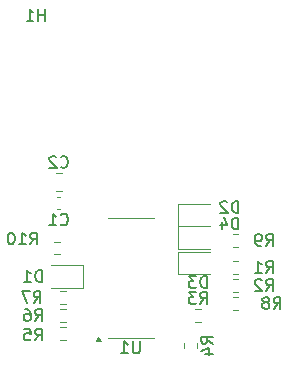
<source format=gbr>
%TF.GenerationSoftware,KiCad,Pcbnew,9.0.1*%
%TF.CreationDate,2025-07-06T22:17:40-07:00*%
%TF.ProjectId,pcb,7063622e-6b69-4636-9164-5f7063625858,rev?*%
%TF.SameCoordinates,Original*%
%TF.FileFunction,Legend,Bot*%
%TF.FilePolarity,Positive*%
%FSLAX46Y46*%
G04 Gerber Fmt 4.6, Leading zero omitted, Abs format (unit mm)*
G04 Created by KiCad (PCBNEW 9.0.1) date 2025-07-06 22:17:40*
%MOMM*%
%LPD*%
G01*
G04 APERTURE LIST*
%ADD10C,0.150000*%
%ADD11C,0.120000*%
G04 APERTURE END LIST*
D10*
X139320666Y-97300580D02*
X139368285Y-97348200D01*
X139368285Y-97348200D02*
X139511142Y-97395819D01*
X139511142Y-97395819D02*
X139606380Y-97395819D01*
X139606380Y-97395819D02*
X139749237Y-97348200D01*
X139749237Y-97348200D02*
X139844475Y-97252961D01*
X139844475Y-97252961D02*
X139892094Y-97157723D01*
X139892094Y-97157723D02*
X139939713Y-96967247D01*
X139939713Y-96967247D02*
X139939713Y-96824390D01*
X139939713Y-96824390D02*
X139892094Y-96633914D01*
X139892094Y-96633914D02*
X139844475Y-96538676D01*
X139844475Y-96538676D02*
X139749237Y-96443438D01*
X139749237Y-96443438D02*
X139606380Y-96395819D01*
X139606380Y-96395819D02*
X139511142Y-96395819D01*
X139511142Y-96395819D02*
X139368285Y-96443438D01*
X139368285Y-96443438D02*
X139320666Y-96491057D01*
X138939713Y-96491057D02*
X138892094Y-96443438D01*
X138892094Y-96443438D02*
X138796856Y-96395819D01*
X138796856Y-96395819D02*
X138558761Y-96395819D01*
X138558761Y-96395819D02*
X138463523Y-96443438D01*
X138463523Y-96443438D02*
X138415904Y-96491057D01*
X138415904Y-96491057D02*
X138368285Y-96586295D01*
X138368285Y-96586295D02*
X138368285Y-96681533D01*
X138368285Y-96681533D02*
X138415904Y-96824390D01*
X138415904Y-96824390D02*
X138987332Y-97395819D01*
X138987332Y-97395819D02*
X138368285Y-97395819D01*
X139320666Y-102159580D02*
X139368285Y-102207200D01*
X139368285Y-102207200D02*
X139511142Y-102254819D01*
X139511142Y-102254819D02*
X139606380Y-102254819D01*
X139606380Y-102254819D02*
X139749237Y-102207200D01*
X139749237Y-102207200D02*
X139844475Y-102111961D01*
X139844475Y-102111961D02*
X139892094Y-102016723D01*
X139892094Y-102016723D02*
X139939713Y-101826247D01*
X139939713Y-101826247D02*
X139939713Y-101683390D01*
X139939713Y-101683390D02*
X139892094Y-101492914D01*
X139892094Y-101492914D02*
X139844475Y-101397676D01*
X139844475Y-101397676D02*
X139749237Y-101302438D01*
X139749237Y-101302438D02*
X139606380Y-101254819D01*
X139606380Y-101254819D02*
X139511142Y-101254819D01*
X139511142Y-101254819D02*
X139368285Y-101302438D01*
X139368285Y-101302438D02*
X139320666Y-101350057D01*
X138368285Y-102254819D02*
X138939713Y-102254819D01*
X138653999Y-102254819D02*
X138653999Y-101254819D01*
X138653999Y-101254819D02*
X138749237Y-101397676D01*
X138749237Y-101397676D02*
X138844475Y-101492914D01*
X138844475Y-101492914D02*
X138939713Y-101540533D01*
X138010904Y-84949819D02*
X138010904Y-83949819D01*
X138010904Y-84426009D02*
X137439476Y-84426009D01*
X137439476Y-84949819D02*
X137439476Y-83949819D01*
X136439476Y-84949819D02*
X137010904Y-84949819D01*
X136725190Y-84949819D02*
X136725190Y-83949819D01*
X136725190Y-83949819D02*
X136820428Y-84092676D01*
X136820428Y-84092676D02*
X136915666Y-84187914D01*
X136915666Y-84187914D02*
X137010904Y-84235533D01*
X137034666Y-108825819D02*
X137367999Y-108349628D01*
X137606094Y-108825819D02*
X137606094Y-107825819D01*
X137606094Y-107825819D02*
X137225142Y-107825819D01*
X137225142Y-107825819D02*
X137129904Y-107873438D01*
X137129904Y-107873438D02*
X137082285Y-107921057D01*
X137082285Y-107921057D02*
X137034666Y-108016295D01*
X137034666Y-108016295D02*
X137034666Y-108159152D01*
X137034666Y-108159152D02*
X137082285Y-108254390D01*
X137082285Y-108254390D02*
X137129904Y-108302009D01*
X137129904Y-108302009D02*
X137225142Y-108349628D01*
X137225142Y-108349628D02*
X137606094Y-108349628D01*
X136701332Y-107825819D02*
X136034666Y-107825819D01*
X136034666Y-107825819D02*
X136463237Y-108825819D01*
X152214819Y-112268333D02*
X151738628Y-111935000D01*
X152214819Y-111696905D02*
X151214819Y-111696905D01*
X151214819Y-111696905D02*
X151214819Y-112077857D01*
X151214819Y-112077857D02*
X151262438Y-112173095D01*
X151262438Y-112173095D02*
X151310057Y-112220714D01*
X151310057Y-112220714D02*
X151405295Y-112268333D01*
X151405295Y-112268333D02*
X151548152Y-112268333D01*
X151548152Y-112268333D02*
X151643390Y-112220714D01*
X151643390Y-112220714D02*
X151691009Y-112173095D01*
X151691009Y-112173095D02*
X151738628Y-112077857D01*
X151738628Y-112077857D02*
X151738628Y-111696905D01*
X151548152Y-113125476D02*
X152214819Y-113125476D01*
X151167200Y-112887381D02*
X151881485Y-112649286D01*
X151881485Y-112649286D02*
X151881485Y-113268333D01*
X157354666Y-109333819D02*
X157687999Y-108857628D01*
X157926094Y-109333819D02*
X157926094Y-108333819D01*
X157926094Y-108333819D02*
X157545142Y-108333819D01*
X157545142Y-108333819D02*
X157449904Y-108381438D01*
X157449904Y-108381438D02*
X157402285Y-108429057D01*
X157402285Y-108429057D02*
X157354666Y-108524295D01*
X157354666Y-108524295D02*
X157354666Y-108667152D01*
X157354666Y-108667152D02*
X157402285Y-108762390D01*
X157402285Y-108762390D02*
X157449904Y-108810009D01*
X157449904Y-108810009D02*
X157545142Y-108857628D01*
X157545142Y-108857628D02*
X157926094Y-108857628D01*
X156783237Y-108762390D02*
X156878475Y-108714771D01*
X156878475Y-108714771D02*
X156926094Y-108667152D01*
X156926094Y-108667152D02*
X156973713Y-108571914D01*
X156973713Y-108571914D02*
X156973713Y-108524295D01*
X156973713Y-108524295D02*
X156926094Y-108429057D01*
X156926094Y-108429057D02*
X156878475Y-108381438D01*
X156878475Y-108381438D02*
X156783237Y-108333819D01*
X156783237Y-108333819D02*
X156592761Y-108333819D01*
X156592761Y-108333819D02*
X156497523Y-108381438D01*
X156497523Y-108381438D02*
X156449904Y-108429057D01*
X156449904Y-108429057D02*
X156402285Y-108524295D01*
X156402285Y-108524295D02*
X156402285Y-108571914D01*
X156402285Y-108571914D02*
X156449904Y-108667152D01*
X156449904Y-108667152D02*
X156497523Y-108714771D01*
X156497523Y-108714771D02*
X156592761Y-108762390D01*
X156592761Y-108762390D02*
X156783237Y-108762390D01*
X156783237Y-108762390D02*
X156878475Y-108810009D01*
X156878475Y-108810009D02*
X156926094Y-108857628D01*
X156926094Y-108857628D02*
X156973713Y-108952866D01*
X156973713Y-108952866D02*
X156973713Y-109143342D01*
X156973713Y-109143342D02*
X156926094Y-109238580D01*
X156926094Y-109238580D02*
X156878475Y-109286200D01*
X156878475Y-109286200D02*
X156783237Y-109333819D01*
X156783237Y-109333819D02*
X156592761Y-109333819D01*
X156592761Y-109333819D02*
X156497523Y-109286200D01*
X156497523Y-109286200D02*
X156449904Y-109238580D01*
X156449904Y-109238580D02*
X156402285Y-109143342D01*
X156402285Y-109143342D02*
X156402285Y-108952866D01*
X156402285Y-108952866D02*
X156449904Y-108857628D01*
X156449904Y-108857628D02*
X156497523Y-108810009D01*
X156497523Y-108810009D02*
X156592761Y-108762390D01*
X154370094Y-102602819D02*
X154370094Y-101602819D01*
X154370094Y-101602819D02*
X154131999Y-101602819D01*
X154131999Y-101602819D02*
X153989142Y-101650438D01*
X153989142Y-101650438D02*
X153893904Y-101745676D01*
X153893904Y-101745676D02*
X153846285Y-101840914D01*
X153846285Y-101840914D02*
X153798666Y-102031390D01*
X153798666Y-102031390D02*
X153798666Y-102174247D01*
X153798666Y-102174247D02*
X153846285Y-102364723D01*
X153846285Y-102364723D02*
X153893904Y-102459961D01*
X153893904Y-102459961D02*
X153989142Y-102555200D01*
X153989142Y-102555200D02*
X154131999Y-102602819D01*
X154131999Y-102602819D02*
X154370094Y-102602819D01*
X152941523Y-101936152D02*
X152941523Y-102602819D01*
X153179618Y-101555200D02*
X153417713Y-102269485D01*
X153417713Y-102269485D02*
X152798666Y-102269485D01*
X136748857Y-103872819D02*
X137082190Y-103396628D01*
X137320285Y-103872819D02*
X137320285Y-102872819D01*
X137320285Y-102872819D02*
X136939333Y-102872819D01*
X136939333Y-102872819D02*
X136844095Y-102920438D01*
X136844095Y-102920438D02*
X136796476Y-102968057D01*
X136796476Y-102968057D02*
X136748857Y-103063295D01*
X136748857Y-103063295D02*
X136748857Y-103206152D01*
X136748857Y-103206152D02*
X136796476Y-103301390D01*
X136796476Y-103301390D02*
X136844095Y-103349009D01*
X136844095Y-103349009D02*
X136939333Y-103396628D01*
X136939333Y-103396628D02*
X137320285Y-103396628D01*
X135796476Y-103872819D02*
X136367904Y-103872819D01*
X136082190Y-103872819D02*
X136082190Y-102872819D01*
X136082190Y-102872819D02*
X136177428Y-103015676D01*
X136177428Y-103015676D02*
X136272666Y-103110914D01*
X136272666Y-103110914D02*
X136367904Y-103158533D01*
X135177428Y-102872819D02*
X135082190Y-102872819D01*
X135082190Y-102872819D02*
X134986952Y-102920438D01*
X134986952Y-102920438D02*
X134939333Y-102968057D01*
X134939333Y-102968057D02*
X134891714Y-103063295D01*
X134891714Y-103063295D02*
X134844095Y-103253771D01*
X134844095Y-103253771D02*
X134844095Y-103491866D01*
X134844095Y-103491866D02*
X134891714Y-103682342D01*
X134891714Y-103682342D02*
X134939333Y-103777580D01*
X134939333Y-103777580D02*
X134986952Y-103825200D01*
X134986952Y-103825200D02*
X135082190Y-103872819D01*
X135082190Y-103872819D02*
X135177428Y-103872819D01*
X135177428Y-103872819D02*
X135272666Y-103825200D01*
X135272666Y-103825200D02*
X135320285Y-103777580D01*
X135320285Y-103777580D02*
X135367904Y-103682342D01*
X135367904Y-103682342D02*
X135415523Y-103491866D01*
X135415523Y-103491866D02*
X135415523Y-103253771D01*
X135415523Y-103253771D02*
X135367904Y-103063295D01*
X135367904Y-103063295D02*
X135320285Y-102968057D01*
X135320285Y-102968057D02*
X135272666Y-102920438D01*
X135272666Y-102920438D02*
X135177428Y-102872819D01*
X156719666Y-103999819D02*
X157052999Y-103523628D01*
X157291094Y-103999819D02*
X157291094Y-102999819D01*
X157291094Y-102999819D02*
X156910142Y-102999819D01*
X156910142Y-102999819D02*
X156814904Y-103047438D01*
X156814904Y-103047438D02*
X156767285Y-103095057D01*
X156767285Y-103095057D02*
X156719666Y-103190295D01*
X156719666Y-103190295D02*
X156719666Y-103333152D01*
X156719666Y-103333152D02*
X156767285Y-103428390D01*
X156767285Y-103428390D02*
X156814904Y-103476009D01*
X156814904Y-103476009D02*
X156910142Y-103523628D01*
X156910142Y-103523628D02*
X157291094Y-103523628D01*
X156243475Y-103999819D02*
X156052999Y-103999819D01*
X156052999Y-103999819D02*
X155957761Y-103952200D01*
X155957761Y-103952200D02*
X155910142Y-103904580D01*
X155910142Y-103904580D02*
X155814904Y-103761723D01*
X155814904Y-103761723D02*
X155767285Y-103571247D01*
X155767285Y-103571247D02*
X155767285Y-103190295D01*
X155767285Y-103190295D02*
X155814904Y-103095057D01*
X155814904Y-103095057D02*
X155862523Y-103047438D01*
X155862523Y-103047438D02*
X155957761Y-102999819D01*
X155957761Y-102999819D02*
X156148237Y-102999819D01*
X156148237Y-102999819D02*
X156243475Y-103047438D01*
X156243475Y-103047438D02*
X156291094Y-103095057D01*
X156291094Y-103095057D02*
X156338713Y-103190295D01*
X156338713Y-103190295D02*
X156338713Y-103428390D01*
X156338713Y-103428390D02*
X156291094Y-103523628D01*
X156291094Y-103523628D02*
X156243475Y-103571247D01*
X156243475Y-103571247D02*
X156148237Y-103618866D01*
X156148237Y-103618866D02*
X155957761Y-103618866D01*
X155957761Y-103618866D02*
X155862523Y-103571247D01*
X155862523Y-103571247D02*
X155814904Y-103523628D01*
X155814904Y-103523628D02*
X155767285Y-103428390D01*
X137161666Y-112000819D02*
X137494999Y-111524628D01*
X137733094Y-112000819D02*
X137733094Y-111000819D01*
X137733094Y-111000819D02*
X137352142Y-111000819D01*
X137352142Y-111000819D02*
X137256904Y-111048438D01*
X137256904Y-111048438D02*
X137209285Y-111096057D01*
X137209285Y-111096057D02*
X137161666Y-111191295D01*
X137161666Y-111191295D02*
X137161666Y-111334152D01*
X137161666Y-111334152D02*
X137209285Y-111429390D01*
X137209285Y-111429390D02*
X137256904Y-111477009D01*
X137256904Y-111477009D02*
X137352142Y-111524628D01*
X137352142Y-111524628D02*
X137733094Y-111524628D01*
X136256904Y-111000819D02*
X136733094Y-111000819D01*
X136733094Y-111000819D02*
X136780713Y-111477009D01*
X136780713Y-111477009D02*
X136733094Y-111429390D01*
X136733094Y-111429390D02*
X136637856Y-111381771D01*
X136637856Y-111381771D02*
X136399761Y-111381771D01*
X136399761Y-111381771D02*
X136304523Y-111429390D01*
X136304523Y-111429390D02*
X136256904Y-111477009D01*
X136256904Y-111477009D02*
X136209285Y-111572247D01*
X136209285Y-111572247D02*
X136209285Y-111810342D01*
X136209285Y-111810342D02*
X136256904Y-111905580D01*
X136256904Y-111905580D02*
X136304523Y-111953200D01*
X136304523Y-111953200D02*
X136399761Y-112000819D01*
X136399761Y-112000819D02*
X136637856Y-112000819D01*
X136637856Y-112000819D02*
X136733094Y-111953200D01*
X136733094Y-111953200D02*
X136780713Y-111905580D01*
X137733094Y-107047819D02*
X137733094Y-106047819D01*
X137733094Y-106047819D02*
X137494999Y-106047819D01*
X137494999Y-106047819D02*
X137352142Y-106095438D01*
X137352142Y-106095438D02*
X137256904Y-106190676D01*
X137256904Y-106190676D02*
X137209285Y-106285914D01*
X137209285Y-106285914D02*
X137161666Y-106476390D01*
X137161666Y-106476390D02*
X137161666Y-106619247D01*
X137161666Y-106619247D02*
X137209285Y-106809723D01*
X137209285Y-106809723D02*
X137256904Y-106904961D01*
X137256904Y-106904961D02*
X137352142Y-107000200D01*
X137352142Y-107000200D02*
X137494999Y-107047819D01*
X137494999Y-107047819D02*
X137733094Y-107047819D01*
X136209285Y-107047819D02*
X136780713Y-107047819D01*
X136494999Y-107047819D02*
X136494999Y-106047819D01*
X136494999Y-106047819D02*
X136590237Y-106190676D01*
X136590237Y-106190676D02*
X136685475Y-106285914D01*
X136685475Y-106285914D02*
X136780713Y-106333533D01*
X154370094Y-101205819D02*
X154370094Y-100205819D01*
X154370094Y-100205819D02*
X154131999Y-100205819D01*
X154131999Y-100205819D02*
X153989142Y-100253438D01*
X153989142Y-100253438D02*
X153893904Y-100348676D01*
X153893904Y-100348676D02*
X153846285Y-100443914D01*
X153846285Y-100443914D02*
X153798666Y-100634390D01*
X153798666Y-100634390D02*
X153798666Y-100777247D01*
X153798666Y-100777247D02*
X153846285Y-100967723D01*
X153846285Y-100967723D02*
X153893904Y-101062961D01*
X153893904Y-101062961D02*
X153989142Y-101158200D01*
X153989142Y-101158200D02*
X154131999Y-101205819D01*
X154131999Y-101205819D02*
X154370094Y-101205819D01*
X153417713Y-100301057D02*
X153370094Y-100253438D01*
X153370094Y-100253438D02*
X153274856Y-100205819D01*
X153274856Y-100205819D02*
X153036761Y-100205819D01*
X153036761Y-100205819D02*
X152941523Y-100253438D01*
X152941523Y-100253438D02*
X152893904Y-100301057D01*
X152893904Y-100301057D02*
X152846285Y-100396295D01*
X152846285Y-100396295D02*
X152846285Y-100491533D01*
X152846285Y-100491533D02*
X152893904Y-100634390D01*
X152893904Y-100634390D02*
X153465332Y-101205819D01*
X153465332Y-101205819D02*
X152846285Y-101205819D01*
X146011904Y-112074819D02*
X146011904Y-112884342D01*
X146011904Y-112884342D02*
X145964285Y-112979580D01*
X145964285Y-112979580D02*
X145916666Y-113027200D01*
X145916666Y-113027200D02*
X145821428Y-113074819D01*
X145821428Y-113074819D02*
X145630952Y-113074819D01*
X145630952Y-113074819D02*
X145535714Y-113027200D01*
X145535714Y-113027200D02*
X145488095Y-112979580D01*
X145488095Y-112979580D02*
X145440476Y-112884342D01*
X145440476Y-112884342D02*
X145440476Y-112074819D01*
X144440476Y-113074819D02*
X145011904Y-113074819D01*
X144726190Y-113074819D02*
X144726190Y-112074819D01*
X144726190Y-112074819D02*
X144821428Y-112217676D01*
X144821428Y-112217676D02*
X144916666Y-112312914D01*
X144916666Y-112312914D02*
X145011904Y-112360533D01*
X156719666Y-107809819D02*
X157052999Y-107333628D01*
X157291094Y-107809819D02*
X157291094Y-106809819D01*
X157291094Y-106809819D02*
X156910142Y-106809819D01*
X156910142Y-106809819D02*
X156814904Y-106857438D01*
X156814904Y-106857438D02*
X156767285Y-106905057D01*
X156767285Y-106905057D02*
X156719666Y-107000295D01*
X156719666Y-107000295D02*
X156719666Y-107143152D01*
X156719666Y-107143152D02*
X156767285Y-107238390D01*
X156767285Y-107238390D02*
X156814904Y-107286009D01*
X156814904Y-107286009D02*
X156910142Y-107333628D01*
X156910142Y-107333628D02*
X157291094Y-107333628D01*
X156338713Y-106905057D02*
X156291094Y-106857438D01*
X156291094Y-106857438D02*
X156195856Y-106809819D01*
X156195856Y-106809819D02*
X155957761Y-106809819D01*
X155957761Y-106809819D02*
X155862523Y-106857438D01*
X155862523Y-106857438D02*
X155814904Y-106905057D01*
X155814904Y-106905057D02*
X155767285Y-107000295D01*
X155767285Y-107000295D02*
X155767285Y-107095533D01*
X155767285Y-107095533D02*
X155814904Y-107238390D01*
X155814904Y-107238390D02*
X156386332Y-107809819D01*
X156386332Y-107809819D02*
X155767285Y-107809819D01*
X151131666Y-108919819D02*
X151464999Y-108443628D01*
X151703094Y-108919819D02*
X151703094Y-107919819D01*
X151703094Y-107919819D02*
X151322142Y-107919819D01*
X151322142Y-107919819D02*
X151226904Y-107967438D01*
X151226904Y-107967438D02*
X151179285Y-108015057D01*
X151179285Y-108015057D02*
X151131666Y-108110295D01*
X151131666Y-108110295D02*
X151131666Y-108253152D01*
X151131666Y-108253152D02*
X151179285Y-108348390D01*
X151179285Y-108348390D02*
X151226904Y-108396009D01*
X151226904Y-108396009D02*
X151322142Y-108443628D01*
X151322142Y-108443628D02*
X151703094Y-108443628D01*
X150798332Y-107919819D02*
X150179285Y-107919819D01*
X150179285Y-107919819D02*
X150512618Y-108300771D01*
X150512618Y-108300771D02*
X150369761Y-108300771D01*
X150369761Y-108300771D02*
X150274523Y-108348390D01*
X150274523Y-108348390D02*
X150226904Y-108396009D01*
X150226904Y-108396009D02*
X150179285Y-108491247D01*
X150179285Y-108491247D02*
X150179285Y-108729342D01*
X150179285Y-108729342D02*
X150226904Y-108824580D01*
X150226904Y-108824580D02*
X150274523Y-108872200D01*
X150274523Y-108872200D02*
X150369761Y-108919819D01*
X150369761Y-108919819D02*
X150655475Y-108919819D01*
X150655475Y-108919819D02*
X150750713Y-108872200D01*
X150750713Y-108872200D02*
X150798332Y-108824580D01*
X137161666Y-110349819D02*
X137494999Y-109873628D01*
X137733094Y-110349819D02*
X137733094Y-109349819D01*
X137733094Y-109349819D02*
X137352142Y-109349819D01*
X137352142Y-109349819D02*
X137256904Y-109397438D01*
X137256904Y-109397438D02*
X137209285Y-109445057D01*
X137209285Y-109445057D02*
X137161666Y-109540295D01*
X137161666Y-109540295D02*
X137161666Y-109683152D01*
X137161666Y-109683152D02*
X137209285Y-109778390D01*
X137209285Y-109778390D02*
X137256904Y-109826009D01*
X137256904Y-109826009D02*
X137352142Y-109873628D01*
X137352142Y-109873628D02*
X137733094Y-109873628D01*
X136304523Y-109349819D02*
X136494999Y-109349819D01*
X136494999Y-109349819D02*
X136590237Y-109397438D01*
X136590237Y-109397438D02*
X136637856Y-109445057D01*
X136637856Y-109445057D02*
X136733094Y-109587914D01*
X136733094Y-109587914D02*
X136780713Y-109778390D01*
X136780713Y-109778390D02*
X136780713Y-110159342D01*
X136780713Y-110159342D02*
X136733094Y-110254580D01*
X136733094Y-110254580D02*
X136685475Y-110302200D01*
X136685475Y-110302200D02*
X136590237Y-110349819D01*
X136590237Y-110349819D02*
X136399761Y-110349819D01*
X136399761Y-110349819D02*
X136304523Y-110302200D01*
X136304523Y-110302200D02*
X136256904Y-110254580D01*
X136256904Y-110254580D02*
X136209285Y-110159342D01*
X136209285Y-110159342D02*
X136209285Y-109921247D01*
X136209285Y-109921247D02*
X136256904Y-109826009D01*
X136256904Y-109826009D02*
X136304523Y-109778390D01*
X136304523Y-109778390D02*
X136399761Y-109730771D01*
X136399761Y-109730771D02*
X136590237Y-109730771D01*
X136590237Y-109730771D02*
X136685475Y-109778390D01*
X136685475Y-109778390D02*
X136733094Y-109826009D01*
X136733094Y-109826009D02*
X136780713Y-109921247D01*
X156719666Y-106285819D02*
X157052999Y-105809628D01*
X157291094Y-106285819D02*
X157291094Y-105285819D01*
X157291094Y-105285819D02*
X156910142Y-105285819D01*
X156910142Y-105285819D02*
X156814904Y-105333438D01*
X156814904Y-105333438D02*
X156767285Y-105381057D01*
X156767285Y-105381057D02*
X156719666Y-105476295D01*
X156719666Y-105476295D02*
X156719666Y-105619152D01*
X156719666Y-105619152D02*
X156767285Y-105714390D01*
X156767285Y-105714390D02*
X156814904Y-105762009D01*
X156814904Y-105762009D02*
X156910142Y-105809628D01*
X156910142Y-105809628D02*
X157291094Y-105809628D01*
X155767285Y-106285819D02*
X156338713Y-106285819D01*
X156052999Y-106285819D02*
X156052999Y-105285819D01*
X156052999Y-105285819D02*
X156148237Y-105428676D01*
X156148237Y-105428676D02*
X156243475Y-105523914D01*
X156243475Y-105523914D02*
X156338713Y-105571533D01*
X151703094Y-107554819D02*
X151703094Y-106554819D01*
X151703094Y-106554819D02*
X151464999Y-106554819D01*
X151464999Y-106554819D02*
X151322142Y-106602438D01*
X151322142Y-106602438D02*
X151226904Y-106697676D01*
X151226904Y-106697676D02*
X151179285Y-106792914D01*
X151179285Y-106792914D02*
X151131666Y-106983390D01*
X151131666Y-106983390D02*
X151131666Y-107126247D01*
X151131666Y-107126247D02*
X151179285Y-107316723D01*
X151179285Y-107316723D02*
X151226904Y-107411961D01*
X151226904Y-107411961D02*
X151322142Y-107507200D01*
X151322142Y-107507200D02*
X151464999Y-107554819D01*
X151464999Y-107554819D02*
X151703094Y-107554819D01*
X150798332Y-106554819D02*
X150179285Y-106554819D01*
X150179285Y-106554819D02*
X150512618Y-106935771D01*
X150512618Y-106935771D02*
X150369761Y-106935771D01*
X150369761Y-106935771D02*
X150274523Y-106983390D01*
X150274523Y-106983390D02*
X150226904Y-107031009D01*
X150226904Y-107031009D02*
X150179285Y-107126247D01*
X150179285Y-107126247D02*
X150179285Y-107364342D01*
X150179285Y-107364342D02*
X150226904Y-107459580D01*
X150226904Y-107459580D02*
X150274523Y-107507200D01*
X150274523Y-107507200D02*
X150369761Y-107554819D01*
X150369761Y-107554819D02*
X150655475Y-107554819D01*
X150655475Y-107554819D02*
X150750713Y-107507200D01*
X150750713Y-107507200D02*
X150798332Y-107459580D01*
D11*
%TO.C,C2*%
X138892748Y-99327000D02*
X139415252Y-99327000D01*
X138892748Y-97857000D02*
X139415252Y-97857000D01*
%TO.C,C1*%
X139013420Y-99860000D02*
X139294580Y-99860000D01*
X139013420Y-100880000D02*
X139294580Y-100880000D01*
%TO.C,R7*%
X139297742Y-107848500D02*
X139772258Y-107848500D01*
X139297742Y-108893500D02*
X139772258Y-108893500D01*
%TO.C,R4*%
X149807500Y-112672258D02*
X149807500Y-112197742D01*
X150852500Y-112672258D02*
X150852500Y-112197742D01*
%TO.C,R8*%
X154377258Y-108356500D02*
X153902742Y-108356500D01*
X154377258Y-109401500D02*
X153902742Y-109401500D01*
%TO.C,D4*%
X149280000Y-102331000D02*
X151965000Y-102331000D01*
X149280000Y-104251000D02*
X149280000Y-102331000D01*
X151965000Y-104251000D02*
X149280000Y-104251000D01*
%TO.C,R10*%
X138789742Y-103657500D02*
X139264258Y-103657500D01*
X138789742Y-104702500D02*
X139264258Y-104702500D01*
%TO.C,R9*%
X154377258Y-103022500D02*
X153902742Y-103022500D01*
X154377258Y-104067500D02*
X153902742Y-104067500D01*
%TO.C,R5*%
X139297742Y-110896500D02*
X139772258Y-110896500D01*
X139297742Y-111941500D02*
X139772258Y-111941500D01*
%TO.C,D1*%
X138535000Y-105633000D02*
X141220000Y-105633000D01*
X141220000Y-105633000D02*
X141220000Y-107553000D01*
X141220000Y-107553000D02*
X138535000Y-107553000D01*
%TO.C,D2*%
X149280000Y-100426000D02*
X151965000Y-100426000D01*
X149280000Y-102346000D02*
X149280000Y-100426000D01*
X151965000Y-102346000D02*
X149280000Y-102346000D01*
%TO.C,U1*%
X145250000Y-101660000D02*
X143300000Y-101660000D01*
X145250000Y-101660000D02*
X147200000Y-101660000D01*
X145250000Y-111780000D02*
X143300000Y-111780000D01*
X145250000Y-111780000D02*
X147200000Y-111780000D01*
X142765000Y-112055000D02*
X142285000Y-112055000D01*
X142525000Y-111725000D01*
X142765000Y-112055000D01*
G36*
X142765000Y-112055000D02*
G01*
X142285000Y-112055000D01*
X142525000Y-111725000D01*
X142765000Y-112055000D01*
G37*
%TO.C,R2*%
X154377258Y-106832500D02*
X153902742Y-106832500D01*
X154377258Y-107877500D02*
X153902742Y-107877500D01*
%TO.C,R3*%
X151202258Y-109372500D02*
X150727742Y-109372500D01*
X151202258Y-110417500D02*
X150727742Y-110417500D01*
%TO.C,R6*%
X139297742Y-109372500D02*
X139772258Y-109372500D01*
X139297742Y-110417500D02*
X139772258Y-110417500D01*
%TO.C,R1*%
X154377258Y-105308500D02*
X153902742Y-105308500D01*
X154377258Y-106353500D02*
X153902742Y-106353500D01*
%TO.C,D3*%
X149280000Y-104490000D02*
X151965000Y-104490000D01*
X149280000Y-106410000D02*
X149280000Y-104490000D01*
X151965000Y-106410000D02*
X149280000Y-106410000D01*
%TD*%
M02*

</source>
